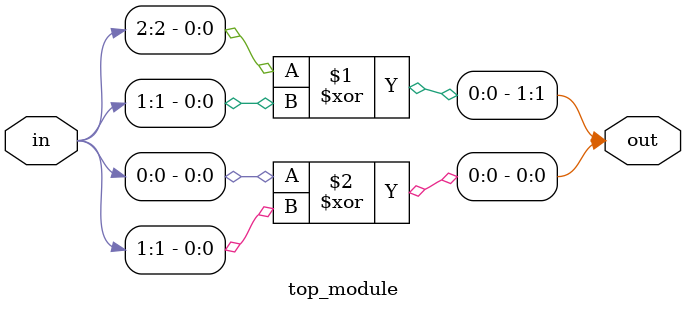
<source format=sv>
module top_module (
    input [2:0] in,
    output [1:0] out
);

    assign out[1] = in[2] ^ in[1];    // Bitwise XOR of input bits 2 and 1
    assign out[0] = in[0] ^ in[1];    // Bitwise XOR of input bits 0 and 1

endmodule

</source>
